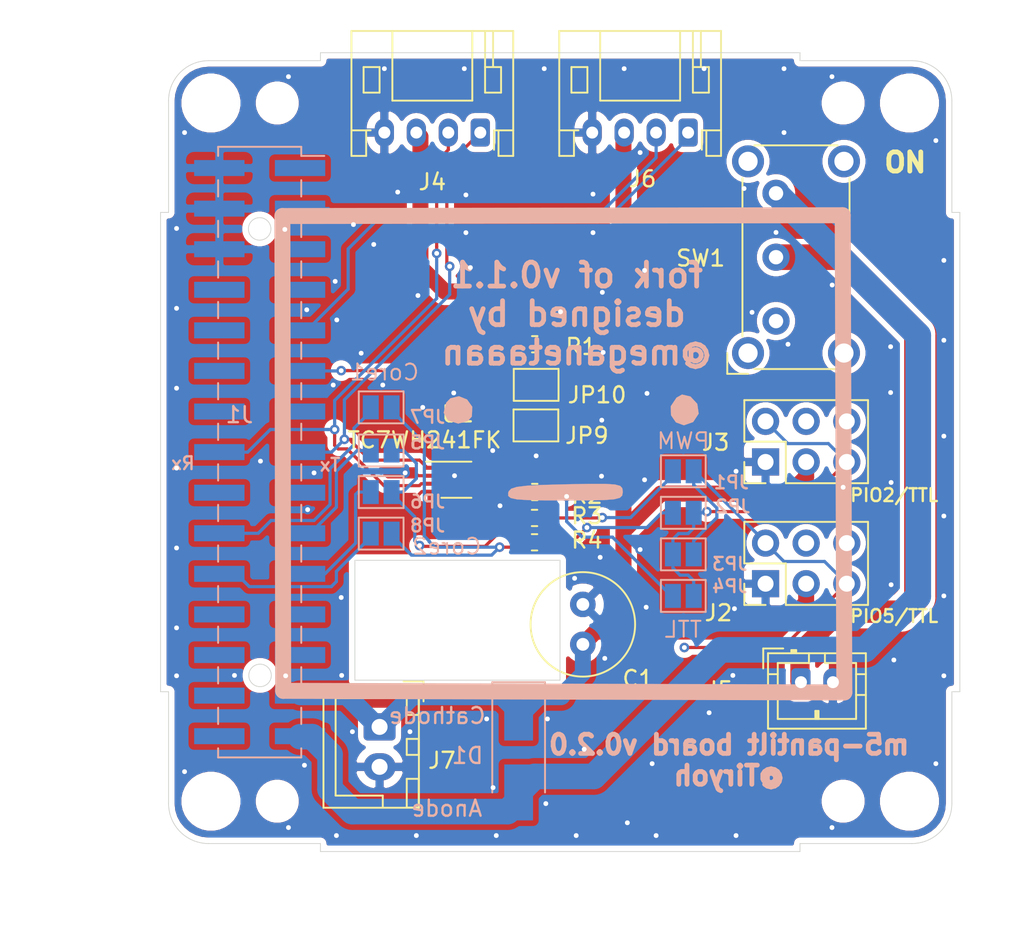
<source format=kicad_pcb>
(kicad_pcb (version 20171130) (host pcbnew "(5.1.5)-3")
  (title_block (title M5PanTilt) (date 2021-06-08) (rev 1))
  (layers (0 F.Cu signal) (31 B.Cu signal) (34 B.Paste user) (35 F.Paste user) (36 B.SilkS user) (37 F.SilkS user) (38 B.Mask user) (39 F.Mask user) (44 Edge.Cuts user))
  (net 0 "")
  (net 1 GND)
  (net 2 +5V)
  (net 3 "Net-(J1-Pad1)")
  (net 4 /PORTB2)
  (net 5 "Net-(J1-Pad5)")
  (net 6 "Net-(J1-Pad7)")
  (net 7 "Net-(J1-Pad8)")
  (net 8 /PORTB1)
  (net 9 "Net-(J1-Pad10)")
  (net 10 +3V3)
  (net 11 "Net-(J1-Pad12)")
  (net 12 "Net-(J1-Pad13)")
  (net 13 "Net-(J1-Pad14)")
  (net 14 /TXD2)
  (net 15 /RXD2)
  (net 16 "Net-(J1-Pad17)")
  (net 17 "Net-(J1-Pad18)")
  (net 18 "Net-(J1-Pad23)")
  (net 19 "Net-(J1-Pad24)")
  (net 20 "Net-(J1-Pad25)")
  (net 21 "Net-(J1-Pad26)")
  (net 22 "Net-(J1-Pad28)")
  (net 23 "Net-(J1-Pad30)")
  (net 24 "Net-(J2-Pad2)")
  (net 25 "Net-(J2-Pad4)")
  (net 26 "Net-(J2-Pad6)")
  (net 27 "Net-(J3-Pad4)")
  (net 28 "Net-(J3-Pad6)")
  (net 29 "Net-(J5-Pad1)")
  (net 30 "Net-(R1-Pad2)")
  (net 31 "Net-(SW1-Pad1)")
  (net 32 /PWM1)
  (net 33 "Net-(J3-Pad2)")
  (net 34 "Net-(JP2-Pad1)")
  (net 35 /PWM2)
  (net 36 "Net-(D1-Pad2)")
  (net 37 "Net-(JP1-Pad1)")
  (net 38 "Net-(JP4-Pad2)")
  (net 39 /PWM2_C2)
  (net 40 /PWM1_C2)
  (net 41 /PWM2_C1)
  (net 42 /PWM1_C1)
  (net 43 "Net-(JP10-Pad2)")
  (module m5-pantilt:avatar_small (layer B.Cu) (at 125.7048 74.5492 180)
    (fp_text reference LOGO hide)
    (fp_text value LOGO hide)
  )
  (module Jumper:SolderJumper-2_P1.3mm_Open_Pad1.0x1.5mm (layer F.Cu) (at 123.495 70.79 180)
    (fp_text reference JP10 (at -3.81 -0.635) (layer F.SilkS))
    (fp_text value Jumper_2_Open)
    (pad 2 smd rect (at 0.65 0 180) (size 1 1.5) (layers F.Cu F.Mask) (net 43 "Net-(JP10-Pad2)"))
    (pad 1 smd rect (at -0.65 0 180) (size 1 1.5) (layers F.Cu F.Mask) (net 10 +3V3))
  )
  (module Jumper:SolderJumper-2_P1.3mm_Open_Pad1.0x1.5mm (layer F.Cu) (at 123.48 73.33 180)
    (fp_text reference JP9 (at -3.19 -0.635) (layer F.SilkS))
    (fp_text value Jumper_2_Open)
    (pad 1 smd rect (at -0.65 0 180) (size 1 1.5) (layers F.Cu F.Mask) (net 1 GND))
    (pad 2 smd rect (at 0.65 0 180) (size 1 1.5) (layers F.Cu F.Mask) (net 43 "Net-(JP10-Pad2)"))
  )
  (module m5-pantilt:NL27WZ125USG (layer F.Cu) (at 118.504 76.7282)
    (fp_text reference U1 (at 0.0888 -4.1094 180) (layer F.SilkS))
    (fp_text value TC7WH241FK (at -1.994 -2.4838 180) (layer F.SilkS))
    (pad 8 smd rect (at 1.55575 -0.750001) (size 0.8001 0.254) (layers F.Cu F.Paste F.Mask) (net 10 +3V3))
    (pad 7 smd rect (at 1.55575 -0.25) (size 0.8001 0.254) (layers F.Cu F.Paste F.Mask) (net 43 "Net-(JP10-Pad2)"))
    (pad 6 smd rect (at 1.55575 0.25) (size 0.8001 0.254) (layers F.Cu F.Paste F.Mask) (net 30 "Net-(R1-Pad2)"))
    (pad 5 smd rect (at 1.55575 0.750001) (size 0.8001 0.254) (layers F.Cu F.Paste F.Mask) (net 30 "Net-(R1-Pad2)"))
    (pad 4 smd rect (at -1.55575 0.750001) (size 0.8001 0.254) (layers F.Cu F.Paste F.Mask) (net 1 GND))
    (pad 3 smd rect (at -1.55575 0.25) (size 0.8001 0.254) (layers F.Cu F.Paste F.Mask) (net 15 /RXD2))
    (pad 2 smd rect (at -1.55575 -0.25) (size 0.8001 0.254) (layers F.Cu F.Paste F.Mask) (net 1 GND))
    (pad 1 smd rect (at -1.55575 -0.750001) (size 0.8001 0.254) (layers F.Cu F.Paste F.Mask) (net 14 /TXD2))
  )
  (module Connector_PinHeader_2.54mm:PinHeader_2x03_P2.54mm_Vertical (layer F.Cu) (at 137.846 83.236 90)
    (fp_text reference J2 (at -1.8288 -2.9464) (layer F.SilkS))
    (fp_text value Conn_02x03_Odd_Even)
    (pad 6 thru_hole oval (at 2.54 5.08 90) (size 1.7 1.7) (drill 1) (layers *.Cu *.Mask) (net 26 "Net-(J2-Pad6)"))
    (pad 5 thru_hole oval (at 0 5.08 90) (size 1.7 1.7) (drill 1) (layers *.Cu *.Mask) (net 24 "Net-(J2-Pad2)"))
    (pad 4 thru_hole oval (at 2.54 2.54 90) (size 1.7 1.7) (drill 1) (layers *.Cu *.Mask) (net 25 "Net-(J2-Pad4)"))
    (pad 3 thru_hole oval (at 0 2.54 90) (size 1.7 1.7) (drill 1) (layers *.Cu *.Mask) (net 2 +5V))
    (pad 2 thru_hole oval (at 2.54 0 90) (size 1.7 1.7) (drill 1) (layers *.Cu *.Mask) (net 24 "Net-(J2-Pad2)"))
    (pad 1 thru_hole rect (at 0 0 90) (size 1.7 1.7) (drill 1) (layers *.Cu *.Mask) (net 1 GND))
  )
  (module m5-pantilt:mountinghole_M2_M3 (layer F.Cu) (at 146.8 53.25)
    (fp_text reference Hole1)
    (fp_text value mountinghole_M2_M3)
    (pad "" np_thru_hole circle (at 0.05 -0.1) (size 3 3) (drill 3) (layers *.Cu *.Mask))
    (pad "" np_thru_hole circle (at -4.1 -0.1) (size 2 2) (drill 2) (layers *.Cu *.Mask))
  )
  (module m5-pantilt:mountinghole_M2_M3 (layer F.Cu) (at 146.8 96.95)
    (fp_text reference Hole2)
    (fp_text value mountinghole_M2_M3)
    (pad "" np_thru_hole circle (at 0.05 -0.1) (size 3 3) (drill 3) (layers *.Cu *.Mask))
    (pad "" np_thru_hole circle (at -4.1 -0.1) (size 2 2) (drill 2) (layers *.Cu *.Mask))
  )
  (module m5-pantilt:mountinghole_M2_M3 (layer F.Cu) (at 103.2 96.75 180)
    (fp_text reference Hole3)
    (fp_text value mountinghole_M2_M3)
    (pad "" np_thru_hole circle (at 0.05 -0.1 180) (size 3 3) (drill 3) (layers *.Cu *.Mask))
    (pad "" np_thru_hole circle (at -4.1 -0.1 180) (size 2 2) (drill 2) (layers *.Cu *.Mask))
  )
  (module m5-pantilt:mountinghole_M2_M3 (layer F.Cu) (at 103.2 53.05 180)
    (fp_text reference Hole4)
    (fp_text value mountinghole_M2_M3)
    (pad "" np_thru_hole circle (at 0.05 -0.1 180) (size 3 3) (drill 3) (layers *.Cu *.Mask))
    (pad "" np_thru_hole circle (at -4.1 -0.1 180) (size 2 2) (drill 2) (layers *.Cu *.Mask))
  )
  (module Connector_JST:JST_PH_S4B-PH-K_1x04_P2.00mm_Horizontal (layer F.Cu) (at 133 55 180)
    (fp_text reference J6 (at 2.8476 -2.9056) (layer F.SilkS))
    (fp_text value Conn_01x04)
    (pad 4 thru_hole oval (at 6 0 180) (size 1.2 1.75) (drill 0.75) (layers *.Cu *.Mask) (net 1 GND))
    (pad 3 thru_hole oval (at 4 0 180) (size 1.2 1.75) (drill 0.75) (layers *.Cu *.Mask) (net 2 +5V))
    (pad 2 thru_hole oval (at 2 0 180) (size 1.2 1.75) (drill 0.75) (layers *.Cu *.Mask) (net 4 /PORTB2))
    (pad 1 thru_hole roundrect (at 0 0 180) (size 1.2 1.75) (drill 0.75) (layers *.Cu *.Mask) (roundrect_rratio 0.208333) (net 8 /PORTB1))
  )
  (module Connector_PinHeader_2.54mm:PinHeader_2x15_P2.54mm_Vertical_SMD (layer B.Cu) (at 106.2 75 180)
    (fp_text reference J1 (at 1.27 2.33) (layer B.SilkS) (effects (justify mirror)))
    (fp_text value Conn_02x15_Odd_Even)
    (pad 30 smd rect (at 2.525 -17.78 180) (size 3.15 1) (layers B.Cu B.Paste B.Mask) (net 23 "Net-(J1-Pad30)"))
    (pad 29 smd rect (at -2.525 -17.78 180) (size 3.15 1) (layers B.Cu B.Paste B.Mask) (net 36 "Net-(D1-Pad2)"))
    (pad 28 smd rect (at 2.525 -15.24 180) (size 3.15 1) (layers B.Cu B.Paste B.Mask) (net 22 "Net-(J1-Pad28)"))
    (pad 27 smd rect (at -2.525 -15.24 180) (size 3.15 1) (layers B.Cu B.Paste B.Mask) (net 2 +5V))
    (pad 26 smd rect (at 2.525 -12.7 180) (size 3.15 1) (layers B.Cu B.Paste B.Mask) (net 21 "Net-(J1-Pad26)"))
    (pad 25 smd rect (at -2.525 -12.7 180) (size 3.15 1) (layers B.Cu B.Paste B.Mask) (net 20 "Net-(J1-Pad25)"))
    (pad 24 smd rect (at 2.525 -10.16 180) (size 3.15 1) (layers B.Cu B.Paste B.Mask) (net 19 "Net-(J1-Pad24)"))
    (pad 23 smd rect (at -2.525 -10.16 180) (size 3.15 1) (layers B.Cu B.Paste B.Mask) (net 18 "Net-(J1-Pad23)"))
    (pad 22 smd rect (at 2.525 -7.62 180) (size 3.15 1) (layers B.Cu B.Paste B.Mask) (net 39 /PWM2_C2))
    (pad 21 smd rect (at -2.525 -7.62 180) (size 3.15 1) (layers B.Cu B.Paste B.Mask) (net 40 /PWM1_C2))
    (pad 20 smd rect (at 2.525 -5.08 180) (size 3.15 1) (layers B.Cu B.Paste B.Mask) (net 41 /PWM2_C1))
    (pad 19 smd rect (at -2.525 -5.08 180) (size 3.15 1) (layers B.Cu B.Paste B.Mask) (net 42 /PWM1_C1))
    (pad 18 smd rect (at 2.525 -2.54 180) (size 3.15 1) (layers B.Cu B.Paste B.Mask) (net 17 "Net-(J1-Pad18)"))
    (pad 17 smd rect (at -2.525 -2.54 180) (size 3.15 1) (layers B.Cu B.Paste B.Mask) (net 16 "Net-(J1-Pad17)"))
    (pad 16 smd rect (at 2.525 0 180) (size 3.15 1) (layers B.Cu B.Paste B.Mask) (net 15 /RXD2))
    (pad 15 smd rect (at -2.525 0 180) (size 3.15 1) (layers B.Cu B.Paste B.Mask) (net 14 /TXD2))
    (pad 14 smd rect (at 2.525 2.54 180) (size 3.15 1) (layers B.Cu B.Paste B.Mask) (net 13 "Net-(J1-Pad14)"))
    (pad 13 smd rect (at -2.525 2.54 180) (size 3.15 1) (layers B.Cu B.Paste B.Mask) (net 12 "Net-(J1-Pad13)"))
    (pad 12 smd rect (at 2.525 5.08 180) (size 3.15 1) (layers B.Cu B.Paste B.Mask) (net 11 "Net-(J1-Pad12)"))
    (pad 11 smd rect (at -2.525 5.08 180) (size 3.15 1) (layers B.Cu B.Paste B.Mask) (net 10 +3V3))
    (pad 10 smd rect (at 2.525 7.62 180) (size 3.15 1) (layers B.Cu B.Paste B.Mask) (net 9 "Net-(J1-Pad10)"))
    (pad 9 smd rect (at -2.525 7.62 180) (size 3.15 1) (layers B.Cu B.Paste B.Mask) (net 8 /PORTB1))
    (pad 8 smd rect (at 2.525 10.16 180) (size 3.15 1) (layers B.Cu B.Paste B.Mask) (net 7 "Net-(J1-Pad8)"))
    (pad 7 smd rect (at -2.525 10.16 180) (size 3.15 1) (layers B.Cu B.Paste B.Mask) (net 6 "Net-(J1-Pad7)"))
    (pad 6 smd rect (at 2.525 12.7 180) (size 3.15 1) (layers B.Cu B.Paste B.Mask) (net 1 GND))
    (pad 5 smd rect (at -2.525 12.7 180) (size 3.15 1) (layers B.Cu B.Paste B.Mask) (net 5 "Net-(J1-Pad5)"))
    (pad 4 smd rect (at 2.525 15.24 180) (size 3.15 1) (layers B.Cu B.Paste B.Mask) (net 1 GND))
    (pad 3 smd rect (at -2.525 15.24 180) (size 3.15 1) (layers B.Cu B.Paste B.Mask) (net 4 /PORTB2))
    (pad 2 smd rect (at 2.525 17.78 180) (size 3.15 1) (layers B.Cu B.Paste B.Mask) (net 1 GND))
    (pad 1 smd rect (at -2.525 17.78 180) (size 3.15 1) (layers B.Cu B.Paste B.Mask) (net 3 "Net-(J1-Pad1)"))
  )
  (module Resistor_SMD:R_0603_1608Metric_Pad1.05x0.95mm_HandSolder (layer F.Cu) (at 123.406 68.25)
    (fp_text reference R1 (at 2.9084 0.1498) (layer F.SilkS))
    (fp_text value 1k)
    (pad 2 smd roundrect (at 0.875 0) (size 1.05 0.95) (layers F.Cu F.Paste F.Mask) (net 30 "Net-(R1-Pad2)"))
    (pad 1 smd roundrect (at -0.875 0) (size 1.05 0.95) (layers F.Cu F.Paste F.Mask) (net 10 +3V3))
  )
  (module Resistor_SMD:R_0603_1608Metric_Pad1.05x0.95mm_HandSolder (layer F.Cu) (at 123.406 77.4956 180)
    (fp_text reference R2 (at -3.264 -0.2246) (layer F.SilkS))
    (fp_text value 100)
    (pad 1 smd roundrect (at -0.875 0 180) (size 1.05 0.95) (layers F.Cu F.Paste F.Mask) (net 38 "Net-(JP4-Pad2)"))
    (pad 2 smd roundrect (at 0.875 0 180) (size 1.05 0.95) (layers F.Cu F.Paste F.Mask) (net 30 "Net-(R1-Pad2)"))
  )
  (module Capacitor_THT:C_Radial_D6.3mm_H11.0mm_P2.50mm (layer F.Cu) (at 126.416 84.5314 270)
    (fp_text reference C1 (at 4.6482 -3.4544 180) (layer F.SilkS))
    (fp_text value 100u)
    (pad 1 thru_hole circle (at 0 0 270) (size 1.6 1.6) (drill 0.8) (layers *.Cu *.Mask) (net 1 GND))
    (pad 2 thru_hole circle (at 2.5 0 270) (size 1.6 1.6) (drill 0.8) (layers *.Cu *.Mask) (net 2 +5V))
  )
  (module Connector_PinHeader_2.54mm:PinHeader_2x03_P2.54mm_Vertical (layer F.Cu) (at 137.846 75.616 90)
    (fp_text reference J3 (at 1.2192 -3.1242) (layer F.SilkS))
    (fp_text value Conn_02x03_Odd_Even)
    (pad 1 thru_hole rect (at 0 0 90) (size 1.7 1.7) (drill 1) (layers *.Cu *.Mask) (net 1 GND))
    (pad 2 thru_hole oval (at 2.54 0 90) (size 1.7 1.7) (drill 1) (layers *.Cu *.Mask) (net 33 "Net-(J3-Pad2)"))
    (pad 3 thru_hole oval (at 0 2.54 90) (size 1.7 1.7) (drill 1) (layers *.Cu *.Mask) (net 2 +5V))
    (pad 4 thru_hole oval (at 2.54 2.54 90) (size 1.7 1.7) (drill 1) (layers *.Cu *.Mask) (net 27 "Net-(J3-Pad4)"))
    (pad 5 thru_hole oval (at 0 5.08 90) (size 1.7 1.7) (drill 1) (layers *.Cu *.Mask) (net 33 "Net-(J3-Pad2)"))
    (pad 6 thru_hole oval (at 2.54 5.08 90) (size 1.7 1.7) (drill 1) (layers *.Cu *.Mask) (net 28 "Net-(J3-Pad6)"))
  )
  (module Button_Switch_THT:SW_E-Switch_EG1224_SPDT_Angled (layer F.Cu) (at 138.5 66.8 90)
    (fp_text reference SW1 (at 3.9348 -4.718 180) (layer F.SilkS))
    (fp_text value SW_SPDT)
    (pad 3 thru_hole circle (at 8 0 90) (size 1.7 1.7) (drill 0.9) (layers *.Cu *.Mask) (net 36 "Net-(D1-Pad2)"))
    (pad 2 thru_hole circle (at 4 0 90) (size 1.7 1.7) (drill 0.9) (layers *.Cu *.Mask) (net 29 "Net-(J5-Pad1)"))
    (pad 1 thru_hole circle (at 0 0 90) (size 1.7 1.7) (drill 0.9) (layers *.Cu *.Mask) (net 31 "Net-(SW1-Pad1)"))
    (pad "" thru_hole circle (at -2 4.25 90) (size 2 2) (drill 1.2) (layers *.Cu *.Mask))
    (pad "" thru_hole circle (at 10 4.25 90) (size 2 2) (drill 1.2) (layers *.Cu *.Mask))
    (pad "" thru_hole circle (at 10 -1.75 90) (size 2 2) (drill 1.2) (layers *.Cu *.Mask))
    (pad "" thru_hole circle (at -2 -1.75 90) (size 2 2) (drill 1.2) (layers *.Cu *.Mask))
  )
  (module Connector_JST:JST_PH_B2B-PH-K_1x02_P2.00mm_Vertical (layer F.Cu) (at 140.06 89.4)
    (fp_text reference J5 (at -5.1096 0.4908) (layer F.SilkS))
    (fp_text value BAT)
    (pad 1 thru_hole roundrect (at 0 0) (size 1.2 1.75) (drill 0.75) (layers *.Cu *.Mask) (roundrect_rratio 0.208333) (net 29 "Net-(J5-Pad1)"))
    (pad 2 thru_hole oval (at 2 0) (size 1.2 1.75) (drill 0.75) (layers *.Cu *.Mask) (net 1 GND))
  )
  (module Connector_JST:JST_PH_S4B-PH-K_1x04_P2.00mm_Horizontal (layer F.Cu) (at 120 55 180)
    (fp_text reference J4 (at 3 -3.09) (layer F.SilkS))
    (fp_text value Conn_01x04)
    (pad 1 thru_hole roundrect (at 0 0 180) (size 1.2 1.75) (drill 0.75) (layers *.Cu *.Mask) (roundrect_rratio 0.208333) (net 14 /TXD2))
    (pad 2 thru_hole oval (at 2 0 180) (size 1.2 1.75) (drill 0.75) (layers *.Cu *.Mask) (net 15 /RXD2))
    (pad 3 thru_hole oval (at 4 0 180) (size 1.2 1.75) (drill 0.75) (layers *.Cu *.Mask) (net 2 +5V))
    (pad 4 thru_hole oval (at 6 0 180) (size 1.2 1.75) (drill 0.75) (layers *.Cu *.Mask) (net 1 GND))
  )
  (module Resistor_SMD:R_0603_1608Metric_Pad1.05x0.95mm_HandSolder (layer F.Cu) (at 123.3934 79.1212 180)
    (fp_text reference R3 (at -3.2766 0.127) (layer F.SilkS))
    (fp_text value 1k)
    (pad 1 smd roundrect (at -0.875 0 180) (size 1.05 0.95) (layers F.Cu F.Paste F.Mask) (net 37 "Net-(JP1-Pad1)"))
    (pad 2 smd roundrect (at 0.875 0 180) (size 1.05 0.95) (layers F.Cu F.Paste F.Mask) (net 32 /PWM1))
  )
  (module Resistor_SMD:R_0603_1608Metric_Pad1.05x0.95mm_HandSolder (layer F.Cu) (at 123.3934 80.6452 180)
    (fp_text reference R4 (at -3.2766 0.127) (layer F.SilkS))
    (fp_text value 1k)
    (pad 2 smd roundrect (at 0.875 0 180) (size 1.05 0.95) (layers F.Cu F.Paste F.Mask) (net 35 /PWM2))
    (pad 1 smd roundrect (at -0.875 0 180) (size 1.05 0.95) (layers F.Cu F.Paste F.Mask) (net 34 "Net-(JP2-Pad1)"))
  )
  (module Diode_SMD:D_SMA_Handsoldering (layer B.Cu) (at 122.4 93.8 270)
    (fp_text reference D1 (at 0.2 3.2) (layer B.SilkS) (effects (justify mirror)))
    (fp_text value D)
    (pad 1 smd rect (at -2.5 0 270) (size 3.5 1.8) (layers B.Cu B.Paste B.Mask) (net 2 +5V))
    (pad 2 smd rect (at 2.5 0 270) (size 3.5 1.8) (layers B.Cu B.Paste B.Mask) (net 36 "Net-(D1-Pad2)"))
  )
  (module Jumper:SolderJumper-2_P1.3mm_Open_Pad1.0x1.5mm (layer B.Cu) (at 132.7 76.2)
    (fp_text reference JP1 (at 3 0.7) (layer B.SilkS) (effects (font (size 0.8 0.8)) (justify mirror)))
    (fp_text value Jumper_2_Open)
    (pad 1 smd rect (at -0.65 0) (size 1 1.5) (layers B.Cu B.Mask) (net 37 "Net-(JP1-Pad1)"))
    (pad 2 smd rect (at 0.65 0) (size 1 1.5) (layers B.Cu B.Mask) (net 24 "Net-(J2-Pad2)"))
  )
  (module Jumper:SolderJumper-2_P1.3mm_Open_Pad1.0x1.5mm (layer B.Cu) (at 132.7 78.8)
    (fp_text reference JP2 (at 3.1 -0.4) (layer B.SilkS) (effects (font (size 0.8 0.8)) (justify mirror)))
    (fp_text value Jumper_2_Open)
    (pad 2 smd rect (at 0.65 0) (size 1 1.5) (layers B.Cu B.Mask) (net 33 "Net-(J3-Pad2)"))
    (pad 1 smd rect (at -0.65 0) (size 1 1.5) (layers B.Cu B.Mask) (net 34 "Net-(JP2-Pad1)"))
  )
  (module Jumper:SolderJumper-2_P1.3mm_Open_Pad1.0x1.5mm (layer B.Cu) (at 132.7 81.4 180)
    (fp_text reference JP3 (at -2.9 -0.6) (layer B.SilkS) (effects (font (size 0.8 0.8)) (justify mirror)))
    (fp_text value Jumper_2_Open)
    (pad 2 smd rect (at 0.65 0 180) (size 1 1.5) (layers B.Cu B.Mask) (net 33 "Net-(J3-Pad2)"))
    (pad 1 smd rect (at -0.65 0 180) (size 1 1.5) (layers B.Cu B.Mask) (net 24 "Net-(J2-Pad2)"))
  )
  (module Jumper:SolderJumper-2_P1.3mm_Open_Pad1.0x1.5mm (layer B.Cu) (at 132.7 84 180)
    (fp_text reference JP4 (at -2.9 0.6 180) (layer B.SilkS) (effects (font (size 0.8 0.8)) (justify mirror)))
    (fp_text value Jumper_2_Open)
    (pad 1 smd rect (at -0.65 0 180) (size 1 1.5) (layers B.Cu B.Mask) (net 33 "Net-(J3-Pad2)"))
    (pad 2 smd rect (at 0.65 0 180) (size 1 1.5) (layers B.Cu B.Mask) (net 38 "Net-(JP4-Pad2)"))
  )
  (module Jumper:SolderJumper-2_P1.3mm_Open_Pad1.0x1.5mm (layer B.Cu) (at 113.8 74.9)
    (fp_text reference JP5 (at 2.9 -0.5) (layer B.SilkS) (effects (font (size 0.8 0.8)) (justify mirror)))
    (fp_text value Jumper_2_Open)
    (pad 2 smd rect (at 0.65 0) (size 1 1.5) (layers B.Cu B.Mask) (net 32 /PWM1))
    (pad 1 smd rect (at -0.65 0) (size 1 1.5) (layers B.Cu B.Mask) (net 42 /PWM1_C1))
  )
  (module Jumper:SolderJumper-2_P1.3mm_Open_Pad1.0x1.5mm (layer B.Cu) (at 113.8 77.5)
    (fp_text reference JP6 (at 2.9 0.6) (layer B.SilkS) (effects (font (size 0.8 0.8)) (justify mirror)))
    (fp_text value Jumper_2_Open)
    (pad 1 smd rect (at -0.65 0) (size 1 1.5) (layers B.Cu B.Mask) (net 40 /PWM1_C2))
    (pad 2 smd rect (at 0.65 0) (size 1 1.5) (layers B.Cu B.Mask) (net 32 /PWM1))
  )
  (module Jumper:SolderJumper-2_P1.3mm_Open_Pad1.0x1.5mm (layer B.Cu) (at 113.8 72.2)
    (fp_text reference JP7 (at 2.9 0.6) (layer B.SilkS) (effects (font (size 0.8 0.8)) (justify mirror)))
    (fp_text value Jumper_2_Open)
    (pad 1 smd rect (at -0.65 0) (size 1 1.5) (layers B.Cu B.Mask) (net 41 /PWM2_C1))
    (pad 2 smd rect (at 0.65 0) (size 1 1.5) (layers B.Cu B.Mask) (net 35 /PWM2))
  )
  (module Jumper:SolderJumper-2_P1.3mm_Open_Pad1.0x1.5mm (layer B.Cu) (at 113.8 80.1)
    (fp_text reference JP8 (at 2.9 -0.5) (layer B.SilkS) (effects (font (size 0.8 0.8)) (justify mirror)))
    (fp_text value Jumper_2_Open)
    (pad 2 smd rect (at 0.65 0) (size 1 1.5) (layers B.Cu B.Mask) (net 35 /PWM2))
    (pad 1 smd rect (at -0.65 0) (size 1 1.5) (layers B.Cu B.Mask) (net 39 /PWM2_C2))
  )
  (module Connector_JST:JST_XH_B2B-XH-A_1x02_P2.50mm_Vertical (layer F.Cu) (at 113.7 92.2 270)
    (fp_text reference J7 (at 2.1 -3.9 180) (layer F.SilkS))
    (fp_text value 5V_POWER)
    (pad 1 thru_hole roundrect (at 0 0 270) (size 1.7 2) (drill 1) (layers *.Cu *.Mask) (roundrect_rratio 0.147059) (net 2 +5V))
    (pad 2 thru_hole oval (at 2.5 0 270) (size 1.7 2) (drill 1) (layers *.Cu *.Mask) (net 1 GND))
  )
  (gr_text "fork of v0.1.1\ndesigned by\n@meganetaaan" (at 126.035 66.345) (layer B.SilkS) (effects (font (size 1.5 1.5) (thickness 0.3)) (justify mirror)))
  (gr_text Anode (at 117.9 97.3) (layer B.SilkS) (effects (font (size 1 1)) (justify mirror)))
  (gr_text Cathode (at 117.3 91.5) (layer B.SilkS) (effects (font (size 1 1)) (justify mirror)))
  (gr_text Core1 (at 114 70) (layer B.SilkS) (effects (font (size 1 1) (thickness 0.125)) (justify mirror)))
  (gr_text Core2 (at 117.9 80.9) (layer B.SilkS) (effects (font (size 1 1) (thickness 0.125)) (justify mirror)))
  (gr_text PWM (at 132.7 74.3) (layer B.SilkS) (effects (font (size 1 1) (thickness 0.125)) (justify mirror)))
  (gr_text Rx (at 101.4 75.7) (layer B.SilkS) (effects (font (size 0.8 0.8)) (justify mirror)))
  (gr_text Tx (at 110.6 75.8) (layer B.SilkS) (effects (font (size 0.8 0.8)) (justify mirror)))
  (gr_text GPIO5/TTL (at 145.4914 85.268) (layer F.SilkS) (effects (font (size 0.8 0.8))))
  (gr_text GPIO2/TTL (at 145.4914 77.6988) (layer F.SilkS) (effects (font (size 0.8 0.8))))
  (gr_circle (center 106.223 88.9764) (end 106.858 89.2812) (layer Edge.Cuts) (width 0.05))
  (gr_circle (center 106.1976 61.029563) (end 106.8326 61.334363) (layer Edge.Cuts) (width 0.05))
  (gr_line (start 107.6708 89.9416) (end 107.62 60.2236) (layer B.SilkS) (width 1))
  (gr_line (start 142.7736 90.0432) (end 107.6708 89.9416) (layer B.SilkS) (width 1))
  (gr_line (start 142.672 60.1728) (end 142.7736 90.0432) (layer B.SilkS) (width 1))
  (gr_line (start 107.62 60.2236) (end 142.672 60.1728) (layer B.SilkS) (width 1))
  (gr_text TTL (at 132.7 86.1) (layer B.SilkS) (effects (font (size 1 1) (thickness 0.125)) (justify mirror)))
  (gr_text ON (at 146.5836 56.8708) (layer F.SilkS) (effects (font (size 1.2 1.2) (thickness 0.3))))
  (gr_text "m5-pantilt board v0.2.0\n@Tiryoh" (at 135.56 94.285) (layer B.SilkS) (effects (font (size 1.2 1.2) (thickness 0.3)) (justify mirror)))
  (gr_line (start 124.9886 89.2736) (end 124.9886 81.7736) (layer Edge.Cuts) (width 0.05))
  (gr_line (start 112.1536 89.2736) (end 124.9886 89.2736) (layer Edge.Cuts) (width 0.05))
  (gr_line (start 112.1536 81.7736) (end 112.1536 89.2736) (layer Edge.Cuts) (width 0.05))
  (gr_line (start 124.9886 81.7736) (end 112.1536 81.7736) (layer Edge.Cuts) (width 0.05))
  (gr_line (start 100 90) (end 100 60) (layer Edge.Cuts) (width 0.05))
  (gr_line (start 140 100) (end 110 100) (layer Edge.Cuts) (width 0.05))
  (gr_line (start 100.5 97) (end 100.5 90) (layer Edge.Cuts) (width 0.05))
  (gr_line (start 140 50) (end 140 50.5) (layer Edge.Cuts) (width 0.05))
  (gr_arc (start 147 53) (end 149.5 53) (angle -90) (layer Edge.Cuts) (width 0.05))
  (gr_line (start 100.5 53) (end 100.5 60) (layer Edge.Cuts) (width 0.05))
  (gr_arc (start 103 53) (end 103 50.5) (angle -90) (layer Edge.Cuts) (width 0.05))
  (gr_line (start 149.5 60) (end 150 60) (layer Edge.Cuts) (width 0.05))
  (gr_line (start 149.5 90) (end 150 90) (layer Edge.Cuts) (width 0.05))
  (gr_line (start 110 50) (end 140 50) (layer Edge.Cuts) (width 0.05))
  (gr_line (start 147 50.5) (end 140 50.5) (layer Edge.Cuts) (width 0.05))
  (gr_line (start 103 50.5) (end 110 50.5) (layer Edge.Cuts) (width 0.05))
  (gr_line (start 103 99.5) (end 110 99.5) (layer Edge.Cuts) (width 0.05))
  (gr_arc (start 103 97) (end 100.5 97) (angle -90) (layer Edge.Cuts) (width 0.05))
  (gr_line (start 140 99.5) (end 140 100) (layer Edge.Cuts) (width 0.05))
  (gr_line (start 150 60) (end 150 90) (layer Edge.Cuts) (width 0.05))
  (gr_arc (start 147 97) (end 147 99.5) (angle -90) (layer Edge.Cuts) (width 0.05))
  (gr_line (start 149.5 97) (end 149.5 90) (layer Edge.Cuts) (width 0.05))
  (gr_line (start 110 50) (end 110 50.5) (layer Edge.Cuts) (width 0.05))
  (gr_line (start 100.5 90) (end 100 90) (layer Edge.Cuts) (width 0.05))
  (gr_line (start 149.5 53) (end 149.5 60) (layer Edge.Cuts) (width 0.05))
  (gr_line (start 110 99.5) (end 110 100) (layer Edge.Cuts) (width 0.05))
  (gr_line (start 147 99.5) (end 140 99.5) (layer Edge.Cuts) (width 0.05))
  (gr_line (start 100 60) (end 100.5 60) (layer Edge.Cuts) (width 0.05))
  (via (at 123.495 75.235) (size 0.6) (drill 0.3) (layers F.Cu B.Cu) (net 1))
  (segment (start 117.5483 77.478201) (end 118.548301 76.4782) (width 0.2) (layer F.Cu) (net 1))
  (segment (start 116.94825 77.478201) (end 117.5483 77.478201) (width 0.2) (layer F.Cu) (net 1))
  (segment (start 116.94825 77.478201) (end 116.3482 77.478201) (width 0.2) (layer F.Cu) (net 1))
  (via (at 139 51) (size 0.6) (drill 0.3) (layers F.Cu B.Cu) (net 1))
  (via (at 134 51) (size 0.6) (drill 0.3) (layers F.Cu B.Cu) (net 1))
  (via (at 129 51) (size 0.6) (drill 0.3) (layers F.Cu B.Cu) (net 1))
  (via (at 124 51) (size 0.6) (drill 0.3) (layers F.Cu B.Cu) (net 1))
  (via (at 119 51) (size 0.6) (drill 0.3) (layers F.Cu B.Cu) (net 1))
  (via (at 114 51) (size 0.6) (drill 0.3) (layers F.Cu B.Cu) (net 1))
  (via (at 108 51.5) (size 0.6) (drill 0.3) (layers F.Cu B.Cu) (net 1))
  (via (at 101.5 55) (size 0.6) (drill 0.3) (layers F.Cu B.Cu) (net 1))
  (via (at 148.5 55.5) (size 0.6) (drill 0.3) (layers F.Cu B.Cu) (net 1))
  (via (at 142 51.5) (size 0.6) (drill 0.3) (layers F.Cu B.Cu) (net 1))
  (via (at 101 61) (size 0.6) (drill 0.3) (layers F.Cu B.Cu) (net 1))
  (via (at 101 66) (size 0.6) (drill 0.3) (layers F.Cu B.Cu) (net 1))
  (via (at 101 71) (size 0.6) (drill 0.3) (layers F.Cu B.Cu) (net 1))
  (via (at 101 76) (size 0.6) (drill 0.3) (layers F.Cu B.Cu) (net 1))
  (via (at 101 81) (size 0.6) (drill 0.3) (layers F.Cu B.Cu) (net 1))
  (via (at 101 86) (size 0.6) (drill 0.3) (layers F.Cu B.Cu) (net 1))
  (via (at 101 89) (size 0.6) (drill 0.3) (layers F.Cu B.Cu) (net 1))
  (via (at 101.5 95) (size 0.6) (drill 0.3) (layers F.Cu B.Cu) (net 1))
  (via (at 108 98.5) (size 0.6) (drill 0.3) (layers F.Cu B.Cu) (net 1))
  (via (at 111 99) (size 0.6) (drill 0.3) (layers F.Cu B.Cu) (net 1))
  (via (at 116 99) (size 0.6) (drill 0.3) (layers F.Cu B.Cu) (net 1))
  (via (at 121 99) (size 0.6) (drill 0.3) (layers F.Cu B.Cu) (net 1))
  (via (at 126 99) (size 0.6) (drill 0.3) (layers F.Cu B.Cu) (net 1))
  (via (at 131 99) (size 0.6) (drill 0.3) (layers F.Cu B.Cu) (net 1))
  (via (at 136 99) (size 0.6) (drill 0.3) (layers F.Cu B.Cu) (net 1))
  (via (at 142 98.5) (size 0.6) (drill 0.3) (layers F.Cu B.Cu) (net 1))
  (via (at 148.5 94.5) (size 0.6) (drill 0.3) (layers F.Cu B.Cu) (net 1))
  (via (at 149 89) (size 0.6) (drill 0.3) (layers F.Cu B.Cu) (net 1))
  (via (at 149 84) (size 0.6) (drill 0.3) (layers F.Cu B.Cu) (net 1))
  (via (at 149 79) (size 0.6) (drill 0.3) (layers F.Cu B.Cu) (net 1))
  (via (at 149 74) (size 0.6) (drill 0.3) (layers F.Cu B.Cu) (net 1))
  (via (at 149 68) (size 0.6) (drill 0.3) (layers F.Cu B.Cu) (net 1))
  (via (at 149 63) (size 0.6) (drill 0.3) (layers F.Cu B.Cu) (net 1))
  (via (at 139 55) (size 0.6) (drill 0.3) (layers F.Cu B.Cu) (net 1))
  (via (at 130 56.25) (size 0.6) (drill 0.3) (layers F.Cu B.Cu) (net 1))
  (via (at 111.0236 66.726) (size 0.6) (drill 0.3) (layers F.Cu B.Cu) (net 1))
  (via (at 125.9 82.9) (size 0.6) (drill 0.3) (layers F.Cu B.Cu) (net 1))
  (via (at 127.6 73) (size 0.6) (drill 0.3) (layers F.Cu B.Cu) (net 1))
  (via (at 130.4292 71.3234) (size 0.6) (drill 0.3) (layers F.Cu B.Cu) (net 1))
  (via (at 135.8 88.9764) (size 0.6) (drill 0.3) (layers F.Cu B.Cu) (net 1))
  (via (at 130.75 94.5) (size 0.6) (drill 0.3) (layers F.Cu B.Cu) (net 1))
  (via (at 109 94.6) (size 0.6) (drill 0.3) (layers F.Cu B.Cu) (net 1))
  (via (at 138.5 61.25) (size 0.6) (drill 0.3) (layers F.Cu B.Cu) (net 1))
  (via (at 136.5 58.5) (size 0.6) (drill 0.3) (layers F.Cu B.Cu) (net 1))
  (via (at 139.25 68.25) (size 0.6) (drill 0.3) (layers F.Cu B.Cu) (net 1))
  (via (at 137 66.25) (size 0.6) (drill 0.3) (layers F.Cu B.Cu) (net 1))
  (via (at 127.6352 64.9988) (size 0.6) (drill 0.3) (layers F.Cu B.Cu) (net 1))
  (via (at 119.1008 61.265) (size 0.6) (drill 0.3) (layers F.Cu B.Cu) (net 1))
  (via (at 127.051 61.265) (size 0.6) (drill 0.3) (layers F.Cu B.Cu) (net 1))
  (via (at 127.051 58.852) (size 0.6) (drill 0.3) (layers F.Cu B.Cu) (net 1))
  (via (at 119.1008 58.9028) (size 0.6) (drill 0.3) (layers F.Cu B.Cu) (net 1))
  (via (at 114.8336 58.725) (size 0.6) (drill 0.3) (layers F.Cu B.Cu) (net 1))
  (via (at 116.1 65.2) (size 0.6) (drill 0.3) (layers F.Cu B.Cu) (net 1))
  (via (at 113.335 62.0016) (size 0.6) (drill 0.3) (layers F.Cu B.Cu) (net 1))
  (via (at 121.2344 78.3592) (size 0.6) (drill 0.3) (layers F.Cu B.Cu) (net 1))
  (via (at 119.3802 63.4494) (size 0.6) (drill 0.3) (layers F.Cu B.Cu) (net 1))
  (via (at 125.019 66.218) (size 0.6) (drill 0.3) (layers F.Cu B.Cu) (net 1))
  (via (at 127.686 68.758) (size 0.6) (drill 0.3) (layers F.Cu B.Cu) (net 1))
  (via (at 112.065 60.757) (size 0.6) (drill 0.3) (layers F.Cu B.Cu) (net 1))
  (via (at 109.144 66.091) (size 0.6) (drill 0.3) (layers F.Cu B.Cu) (net 1))
  (via (at 110.922 64.313) (size 0.6) (drill 0.3) (layers F.Cu B.Cu) (net 1))
  (via (at 130.3784 84.7092) (size 0.6) (drill 0.3) (layers F.Cu B.Cu) (net 1))
  (via (at 134.3154 91.3132) (size 0.6) (drill 0.3) (layers F.Cu B.Cu) (net 1))
  (via (at 145.6692 71.2726) (size 0.6) (drill 0.3) (layers F.Cu B.Cu) (net 1))
  (via (at 142.7 77.2) (size 0.6) (drill 0.3) (layers F.Cu B.Cu) (net 1))
  (via (at 145.7 76.9) (size 0.6) (drill 0.3) (layers F.Cu B.Cu) (net 1))
  (via (at 145.8724 88.0112) (size 0.6) (drill 0.3) (layers F.Cu B.Cu) (net 1))
  (via (at 130.2768 76.7336) (size 0.6) (drill 0.3) (layers F.Cu B.Cu) (net 1))
  (via (at 145.6692 68.4024) (size 0.6) (drill 0.3) (layers F.Cu B.Cu) (net 1))
  (via (at 142.0116 64.5416) (size 0.6) (drill 0.3) (layers F.Cu B.Cu) (net 1))
  (via (at 130.2768 63.6272) (size 0.6) (drill 0.3) (layers F.Cu B.Cu) (net 1))
  (via (at 127.5844 76.505) (size 0.6) (drill 0.3) (layers F.Cu B.Cu) (net 1))
  (via (at 120.7772 74.9048) (size 0.6) (drill 0.3) (layers F.Cu B.Cu) (net 1))
  (via (at 116.4 72.2) (size 0.6) (drill 0.3) (layers F.Cu B.Cu) (net 1))
  (via (at 112.5476 68.8088) (size 0.6) (drill 0.3) (layers F.Cu B.Cu) (net 1))
  (via (at 106.2484 75.5652) (size 0.6) (drill 0.3) (layers F.Cu B.Cu) (net 1))
  (via (at 111.3284 88.9764) (size 0.6) (drill 0.3) (layers F.Cu B.Cu) (net 1))
  (via (at 127.7876 87.9096) (size 0.6) (drill 0.3) (layers F.Cu B.Cu) (net 1))
  (via (at 120.4 91.7) (size 0.6) (drill 0.3) (layers F.Cu B.Cu) (net 1))
  (via (at 118.3388 71.298) (size 0.6) (drill 0.3) (layers F.Cu B.Cu) (net 1))
  (via (at 107.7724 61.0618) (size 0.6) (drill 0.3) (layers F.Cu B.Cu) (net 1))
  (via (at 107.8232 89.0018) (size 0.6) (drill 0.3) (layers F.Cu B.Cu) (net 1))
  (via (at 104.6228 88.9764) (size 0.6) (drill 0.3) (layers F.Cu B.Cu) (net 1))
  (via (at 135.9 84.8) (size 0.6) (drill 0.3) (layers F.Cu B.Cu) (net 1))
  (via (at 145.7 83.3) (size 0.6) (drill 0.3) (layers F.Cu B.Cu) (net 1))
  (via (at 136 76.2) (size 0.6) (drill 0.3) (layers F.Cu B.Cu) (net 1))
  (via (at 126.5 93.6) (size 0.6) (drill 0.3) (layers F.Cu B.Cu) (net 1))
  (via (at 124.1 97) (size 0.6) (drill 0.3) (layers F.Cu B.Cu) (net 1))
  (via (at 120.8 96) (size 0.6) (drill 0.3) (layers F.Cu B.Cu) (net 1))
  (via (at 124.2 91.7) (size 0.6) (drill 0.3) (layers F.Cu B.Cu) (net 1))
  (via (at 129.2 98.2) (size 0.6) (drill 0.3) (layers F.Cu B.Cu) (net 1))
  (via (at 127.5 81.585) (size 0.6) (drill 0.3) (layers F.Cu B.Cu) (net 1))
  (via (at 130 81.1) (size 0.6) (drill 0.3) (layers F.Cu B.Cu) (net 1))
  (segment (start 116.340199 77.4702) (end 116.1 77.710399) (width 0.2) (layer F.Cu) (net 1))
  (segment (start 116.1 77.710399) (end 116.1 78.3) (width 0.2) (layer F.Cu) (net 1))
  (segment (start 115.478197 76.4782) (end 115.3 76.300003) (width 0.2) (layer F.Cu) (net 1))
  (segment (start 116.94825 76.4782) (end 115.478197 76.4782) (width 0.2) (layer F.Cu) (net 1))
  (via (at 115.3 76.300003) (size 0.6) (drill 0.3) (layers F.Cu B.Cu) (net 1))
  (via (at 109.6 76.3) (size 0.6) (drill 0.3) (layers F.Cu B.Cu) (net 1))
  (via (at 111.3 84.1) (size 0.6) (drill 0.3) (layers F.Cu B.Cu) (net 1))
  (via (at 109.2 78.6) (size 0.6) (drill 0.3) (layers F.Cu B.Cu) (net 1))
  (via (at 110.8 70.8) (size 0.6) (drill 0.3) (layers F.Cu B.Cu) (net 1))
  (via (at 113.9 70.8) (size 0.6) (drill 0.3) (layers F.Cu B.Cu) (net 1))
  (via (at 115.6 92.5) (size 0.6) (drill 0.3) (layers F.Cu B.Cu) (net 1))
  (via (at 112 92.5) (size 0.6) (drill 0.3) (layers F.Cu B.Cu) (net 1))
  (segment (start 118.3878 76.4782) (end 116.94825 76.4782) (width 0.2) (layer F.Cu) (net 1))
  (via (at 118.3878 76.4782) (size 0.6) (drill 0.3) (layers F.Cu B.Cu) (net 1))
  (segment (start 128.956 54.9844) (end 129 54.9404) (width 1) (layer F.Cu) (net 2))
  (segment (start 128.956 63.9574) (end 128.956 54.9844) (width 1) (layer F.Cu) (net 2))
  (segment (start 128.956 69.266) (end 128.956 63.9574) (width 1) (layer F.Cu) (net 2))
  (segment (start 125.654 64.948) (end 128.956 68.25) (width 1) (layer F.Cu) (net 2))
  (segment (start 117.78 64.948) (end 125.654 64.948) (width 1) (layer F.Cu) (net 2))
  (segment (start 116.256 63.424) (end 117.78 64.948) (width 1) (layer F.Cu) (net 2))
  (segment (start 128.956 68.25) (end 128.956 69.266) (width 1) (layer F.Cu) (net 2))
  (segment (start 116.256 55.256) (end 116.256 63.424) (width 1) (layer F.Cu) (net 2))
  (segment (start 116 55) (end 116.256 55.256) (width 1) (layer F.Cu) (net 2))
  (segment (start 126.416 88.871518) (end 126.416 87.0314) (width 1) (layer B.Cu) (net 2))
  (segment (start 125.047518 90.24) (end 126.416 88.871518) (width 1) (layer B.Cu) (net 2))
  (segment (start 126.416 87.0314) (end 127.215999 86.231401) (width 1) (layer F.Cu) (net 2))
  (segment (start 128.9306 84.5168) (end 127.215999 86.231401) (width 1) (layer F.Cu) (net 2))
  (segment (start 128.9306 82.3724) (end 128.9306 84.5168) (width 1) (layer F.Cu) (net 2))
  (segment (start 128.956 82.347) (end 128.9306 82.3724) (width 1) (layer F.Cu) (net 2))
  (segment (start 128.956 74.251202) (end 128.956 69.266) (width 1) (layer F.Cu) (net 2))
  (segment (start 128.956 82.347) (end 128.956 74.251202) (width 1) (layer F.Cu) (net 2))
  (segment (start 139.3446 77.5972) (end 140.386 76.5558) (width 1) (layer F.Cu) (net 2))
  (segment (start 131.2928 77.5972) (end 139.3446 77.5972) (width 1) (layer F.Cu) (net 2))
  (segment (start 128.956 82.347) (end 128.956 79.934) (width 1) (layer F.Cu) (net 2))
  (segment (start 128.956 79.934) (end 131.2928 77.5972) (width 1) (layer F.Cu) (net 2))
  (segment (start 140.386 76.5558) (end 140.386 75.616) (width 1) (layer F.Cu) (net 2))
  (segment (start 140.386 84.414) (end 140.386 83.236) (width 1) (layer F.Cu) (net 2))
  (segment (start 127.215999 86.231401) (end 138.568599 86.231401) (width 1) (layer F.Cu) (net 2))
  (segment (start 138.568599 86.231401) (end 140.386 84.414) (width 1) (layer F.Cu) (net 2))
  (segment (start 123.66 90.24) (end 125.047518 90.24) (width 1.2) (layer B.Cu) (net 2))
  (segment (start 111.64 90.24) (end 113.7 92.3) (width 1.2) (layer B.Cu) (net 2))
  (segment (start 108.725 90.24) (end 111.64 90.24) (width 1.2) (layer B.Cu) (net 2))
  (segment (start 113.7 92.3) (end 115.76 90.24) (width 1.2) (layer B.Cu) (net 2))
  (segment (start 115.76 90.24) (end 121.34 90.24) (width 1.2) (layer B.Cu) (net 2))
  (segment (start 121.34 90.24) (end 122.5 91.4) (width 1.2) (layer B.Cu) (net 2))
  (segment (start 122.5 91.4) (end 123.66 90.24) (width 1.2) (layer B.Cu) (net 2))
  (segment (start 110.608 59.868) (end 110.5 59.76) (width 0.2) (layer B.Cu) (net 4))
  (segment (start 127.699788 59.868) (end 110.608 59.868) (width 0.2) (layer B.Cu) (net 4))
  (segment (start 131 56.567788) (end 127.699788 59.868) (width 0.2) (layer B.Cu) (net 4))
  (segment (start 110.5 59.76) (end 108.725 59.76) (width 0.2) (layer B.Cu) (net 4))
  (segment (start 131 55) (end 131 56.567788) (width 0.2) (layer B.Cu) (net 4))
  (segment (start 109.1504 67.38) (end 108.725 67.38) (width 0.2) (layer B.Cu) (net 8))
  (segment (start 111.7348 64.7956) (end 109.1504 67.38) (width 0.2) (layer B.Cu) (net 8))
  (segment (start 111.7348 62.281) (end 111.7348 64.7956) (width 0.2) (layer B.Cu) (net 8))
  (segment (start 113.747789 60.268011) (end 111.7348 62.281) (width 0.2) (layer B.Cu) (net 8))
  (segment (start 128.073489 60.268011) (end 113.747789 60.268011) (width 0.2) (layer B.Cu) (net 8))
  (segment (start 133 55.3415) (end 128.073489 60.268011) (width 0.2) (layer B.Cu) (net 8))
  (segment (start 133 55) (end 133 55.3415) (width 0.2) (layer B.Cu) (net 8))
  (via (at 111.3 69.9) (size 0.6) (drill 0.3) (layers F.Cu B.Cu) (net 10))
  (segment (start 118.414 69.9) (end 111.724264 69.9) (width 0.2) (layer F.Cu) (net 10))
  (segment (start 111.28 69.92) (end 111.3 69.9) (width 0.2) (layer B.Cu) (net 10))
  (segment (start 111.724264 69.9) (end 111.3 69.9) (width 0.2) (layer F.Cu) (net 10))
  (segment (start 120.05975 71.54575) (end 118.414 69.9) (width 0.2) (layer F.Cu) (net 10))
  (segment (start 120.05975 75.978199) (end 120.05975 71.54575) (width 0.2) (layer F.Cu) (net 10))
  (segment (start 108.725 69.92) (end 111.28 69.92) (width 0.2) (layer B.Cu) (net 10))
  (segment (start 118.414 69.9) (end 119.94 69.9) (width 0.2) (layer F.Cu) (net 10))
  (segment (start 119.94 69.9) (end 121.59 68.25) (width 0.2) (layer F.Cu) (net 10))
  (segment (start 121.59 68.25) (end 122.86 68.25) (width 0.2) (layer F.Cu) (net 10))
  (segment (start 122.531 68.725) (end 123.326 69.52) (width 0.2) (layer F.Cu) (net 10))
  (segment (start 122.531 68.25) (end 122.531 68.725) (width 0.2) (layer F.Cu) (net 10))
  (segment (start 123.825 69.52) (end 123.326 69.52) (width 0.2) (layer F.Cu) (net 10))
  (segment (start 124.145 69.84) (end 123.825 69.52) (width 0.2) (layer F.Cu) (net 10))
  (segment (start 124.145 70.79) (end 124.145 69.84) (width 0.2) (layer F.Cu) (net 10))
  (via (at 118.0848 63.373202) (size 0.6) (drill 0.3) (layers F.Cu B.Cu) (net 14))
  (segment (start 117.907 63.195402) (end 118.0848 63.373202) (width 0.2) (layer F.Cu) (net 14))
  (segment (start 117.907 57.093) (end 117.907 63.195402) (width 0.2) (layer F.Cu) (net 14))
  (segment (start 120 55) (end 117.907 57.093) (width 0.2) (layer F.Cu) (net 14))
  (segment (start 118.0848 63.373202) (end 118.0848 65.136899) (width 0.2) (layer B.Cu) (net 14))
  (via (at 111.499998 74.2) (size 0.6) (drill 0.3) (layers F.Cu B.Cu) (net 14))
  (segment (start 111.199999 74.499999) (end 111.499998 74.2) (width 0.2) (layer B.Cu) (net 14))
  (segment (start 111.499998 71.721701) (end 111.499998 73.775736) (width 0.2) (layer B.Cu) (net 14))
  (segment (start 118.0848 65.136899) (end 111.499998 71.721701) (width 0.2) (layer B.Cu) (net 14))
  (segment (start 111.499998 73.775736) (end 111.499998 74.2) (width 0.2) (layer B.Cu) (net 14))
  (segment (start 110.699998 75) (end 111.199999 74.499999) (width 0.2) (layer B.Cu) (net 14))
  (segment (start 108.725 75) (end 110.699998 75) (width 0.2) (layer B.Cu) (net 14))
  (segment (start 111.924262 74.2) (end 111.499998 74.2) (width 0.2) (layer F.Cu) (net 14))
  (segment (start 111.924262 74.324262) (end 111.924262 74.2) (width 0.2) (layer F.Cu) (net 14))
  (segment (start 113.1 75.5) (end 111.924262 74.324262) (width 0.2) (layer F.Cu) (net 14))
  (segment (start 116.197001 75.5) (end 113.1 75.5) (width 0.2) (layer F.Cu) (net 14))
  (segment (start 116.94825 75.978199) (end 116.6752 75.978199) (width 0.2) (layer F.Cu) (net 14))
  (segment (start 116.6752 75.978199) (end 116.197001 75.5) (width 0.2) (layer F.Cu) (net 14))
  (via (at 117.272 62.5604) (size 0.6) (drill 0.3) (layers F.Cu B.Cu) (net 15))
  (segment (start 117.272 62.136136) (end 117.272 62.5604) (width 0.2) (layer F.Cu) (net 15))
  (segment (start 117.272 56.803) (end 117.272 62.136136) (width 0.2) (layer F.Cu) (net 15))
  (segment (start 118 56.075) (end 117.272 56.803) (width 0.2) (layer F.Cu) (net 15))
  (segment (start 118 55) (end 118 56.075) (width 0.2) (layer F.Cu) (net 15))
  (segment (start 103.675 75) (end 105.45 75) (width 0.2) (layer B.Cu) (net 15))
  (segment (start 105.45 75) (end 106.864586 73.585414) (width 0.2) (layer B.Cu) (net 15))
  (segment (start 110.887845 73.16115) (end 110.887845 73.585414) (width 0.2) (layer B.Cu) (net 15))
  (via (at 110.887845 73.585414) (size 0.6) (drill 0.3) (layers F.Cu B.Cu) (net 15))
  (segment (start 110.463581 73.585414) (end 110.887845 73.585414) (width 0.2) (layer B.Cu) (net 15))
  (segment (start 106.864586 73.585414) (end 110.463581 73.585414) (width 0.2) (layer B.Cu) (net 15))
  (segment (start 117.272 65.383999) (end 110.887845 71.768154) (width 0.2) (layer B.Cu) (net 15))
  (segment (start 110.887845 71.768154) (end 110.887845 73.16115) (width 0.2) (layer B.Cu) (net 15))
  (segment (start 117.272 62.5604) (end 117.272 65.383999) (width 0.2) (layer B.Cu) (net 15))
  (segment (start 111.675737 74.800001) (end 111.111999 74.800001) (width 0.2) (layer F.Cu) (net 15))
  (segment (start 110.887845 74.009678) (end 110.887845 73.585414) (width 0.2) (layer F.Cu) (net 15))
  (segment (start 116.30982 76.9782) (end 116.188005 77.100015) (width 0.2) (layer F.Cu) (net 15))
  (segment (start 111.111999 74.800001) (end 110.887845 74.575847) (width 0.2) (layer F.Cu) (net 15))
  (segment (start 116.188005 77.100015) (end 113.975751 77.100015) (width 0.2) (layer F.Cu) (net 15))
  (segment (start 116.94825 76.9782) (end 116.30982 76.9782) (width 0.2) (layer F.Cu) (net 15))
  (segment (start 113.975751 77.100015) (end 111.675737 74.800001) (width 0.2) (layer F.Cu) (net 15))
  (segment (start 110.887845 74.575847) (end 110.887845 74.009678) (width 0.2) (layer F.Cu) (net 15))
  (segment (start 142.076001 82.386001) (end 142.926 83.236) (width 0.2) (layer B.Cu) (net 24))
  (segment (start 138.996001 81.846001) (end 141.536001 81.846001) (width 0.2) (layer B.Cu) (net 24))
  (segment (start 137.846 80.696) (end 138.996001 81.846001) (width 0.2) (layer B.Cu) (net 24))
  (segment (start 141.536001 81.846001) (end 142.076001 82.386001) (width 0.2) (layer B.Cu) (net 24))
  (segment (start 138.930589 87.231411) (end 133.19027 87.231411) (width 0.2) (layer F.Cu) (net 24))
  (segment (start 133.19027 87.231411) (end 132.766006 87.231411) (width 0.2) (layer F.Cu) (net 24))
  (segment (start 142.926 83.236) (end 138.930589 87.231411) (width 0.2) (layer F.Cu) (net 24))
  (via (at 132.766006 87.231411) (size 0.6) (drill 0.3) (layers F.Cu B.Cu) (net 24))
  (segment (start 133.35 77.05) (end 133.35 76.2) (width 0.2) (layer B.Cu) (net 24))
  (segment (start 134.8 78.5) (end 133.35 77.05) (width 0.2) (layer B.Cu) (net 24))
  (segment (start 134.8 79.1) (end 134.8 78.5) (width 0.2) (layer B.Cu) (net 24))
  (segment (start 133.35 81.4) (end 133.35 80.55) (width 0.2) (layer B.Cu) (net 24))
  (segment (start 133.35 80.55) (end 134.8 79.1) (width 0.2) (layer B.Cu) (net 24))
  (segment (start 137.846 80.646) (end 137.846 80.696) (width 0.2) (layer B.Cu) (net 24))
  (segment (start 133.35 76.2) (end 133.4 76.2) (width 0.2) (layer B.Cu) (net 24))
  (segment (start 133.4 76.2) (end 137.846 80.646) (width 0.2) (layer B.Cu) (net 24))
  (segment (start 139.997199 89.337199) (end 140.06 89.4) (width 1.2) (layer F.Cu) (net 29))
  (segment (start 139.997199 87.502801) (end 139.997199 89.337199) (width 1.2) (layer F.Cu) (net 29))
  (segment (start 145.171647 85.086001) (end 142.413999 85.086001) (width 1.2) (layer F.Cu) (net 29))
  (segment (start 142.413999 85.086001) (end 139.997199 87.502801) (width 1.2) (layer F.Cu) (net 29))
  (segment (start 146.354001 85.086001) (end 145.171647 85.086001) (width 1.6) (layer F.Cu) (net 29))
  (segment (start 147.316001 84.124001) (end 146.354001 85.086001) (width 1.6) (layer F.Cu) (net 29))
  (segment (start 147.316001 67.610801) (end 147.316001 84.124001) (width 1.6) (layer F.Cu) (net 29))
  (segment (start 138.5 62.8) (end 142.5052 62.8) (width 1.6) (layer F.Cu) (net 29))
  (segment (start 142.5052 62.8) (end 147.316001 67.610801) (width 1.6) (layer F.Cu) (net 29))
  (segment (start 120.05975 76.9782) (end 120.05975 77.478201) (width 0.2) (layer F.Cu) (net 30))
  (segment (start 124.281 68.25) (end 125.4 68.25) (width 0.2) (layer F.Cu) (net 30))
  (segment (start 126.035 68.885) (end 126.035 74.2242) (width 0.2) (layer F.Cu) (net 30))
  (segment (start 125.4 68.25) (end 126.035 68.885) (width 0.2) (layer F.Cu) (net 30))
  (segment (start 126.035 74.2242) (end 122.531 77.7282) (width 0.2) (layer F.Cu) (net 30))
  (segment (start 122.281001 77.478201) (end 120.05975 77.478201) (width 0.2) (layer F.Cu) (net 30))
  (segment (start 122.531 77.7282) (end 122.281001 77.478201) (width 0.2) (layer F.Cu) (net 30))
  (segment (start 115.2 74.9) (end 116 75.7) (width 0.2) (layer B.Cu) (net 32))
  (segment (start 114.45 74.9) (end 115.2 74.9) (width 0.2) (layer B.Cu) (net 32))
  (segment (start 115.15 77.5) (end 114.45 77.5) (width 0.2) (layer B.Cu) (net 32))
  (segment (start 116 76.65) (end 115.15 77.5) (width 0.2) (layer B.Cu) (net 32))
  (segment (start 116 75.7) (end 116 76.65) (width 0.2) (layer B.Cu) (net 32))
  (via (at 116.200777 80.84858) (size 0.6) (drill 0.3) (layers F.Cu B.Cu) (net 32))
  (segment (start 115.900778 79.050778) (end 115.900778 80.548581) (width 0.2) (layer B.Cu) (net 32))
  (segment (start 114.35 77.5) (end 115.900778 79.050778) (width 0.2) (layer B.Cu) (net 32))
  (segment (start 115.900778 80.548581) (end 116.200777 80.84858) (width 0.2) (layer B.Cu) (net 32))
  (segment (start 116.252197 80.9) (end 116.200777 80.84858) (width 0.2) (layer F.Cu) (net 32))
  (segment (start 120.3 80.9) (end 116.252197 80.9) (width 0.2) (layer F.Cu) (net 32))
  (segment (start 122.5184 79.1974) (end 122.0026 79.1974) (width 0.2) (layer F.Cu) (net 32))
  (segment (start 122.0026 79.1974) (end 120.3 80.9) (width 0.2) (layer F.Cu) (net 32))
  (segment (start 141.775999 74.465999) (end 142.076001 74.766001) (width 0.2) (layer B.Cu) (net 33))
  (segment (start 137.846 73.076) (end 139.235999 74.465999) (width 0.2) (layer B.Cu) (net 33))
  (segment (start 142.076001 74.766001) (end 142.926 75.616) (width 0.2) (layer B.Cu) (net 33))
  (segment (start 139.235999 74.465999) (end 141.775999 74.465999) (width 0.2) (layer B.Cu) (net 33))
  (segment (start 142.926 75.616) (end 142.584 75.616) (width 0.2) (layer F.Cu) (net 33))
  (segment (start 132.05 81.25) (end 132.05 81.5) (width 0.2) (layer B.Cu) (net 33))
  (segment (start 133.35 83.05) (end 133.35 84) (width 0.2) (layer B.Cu) (net 33))
  (segment (start 133 82.7) (end 133.35 83.05) (width 0.2) (layer B.Cu) (net 33))
  (segment (start 132.5 82.7) (end 133 82.7) (width 0.2) (layer B.Cu) (net 33))
  (segment (start 132.05 81.4) (end 132.05 82.25) (width 0.2) (layer B.Cu) (net 33))
  (segment (start 132.05 82.25) (end 132.5 82.7) (width 0.2) (layer B.Cu) (net 33))
  (segment (start 133.35 79.75) (end 133 80.1) (width 0.2) (layer B.Cu) (net 33))
  (segment (start 133.35 78.8) (end 133.35 79.75) (width 0.2) (layer B.Cu) (net 33))
  (segment (start 132.05 80.45) (end 132.05 81.4) (width 0.2) (layer B.Cu) (net 33))
  (segment (start 132.4 80.1) (end 132.05 80.45) (width 0.2) (layer B.Cu) (net 33))
  (segment (start 133 80.1) (end 132.4 80.1) (width 0.2) (layer B.Cu) (net 33))
  (segment (start 134.599988 78.724267) (end 134.175724 78.724267) (width 0.2) (layer F.Cu) (net 33))
  (segment (start 134.099991 78.8) (end 134.175724 78.724267) (width 0.2) (layer B.Cu) (net 33))
  (segment (start 139.817733 78.724267) (end 134.599988 78.724267) (width 0.2) (layer F.Cu) (net 33))
  (segment (start 142.926 75.616) (end 139.817733 78.724267) (width 0.2) (layer F.Cu) (net 33))
  (segment (start 133.35 78.8) (end 134.099991 78.8) (width 0.2) (layer B.Cu) (net 33))
  (via (at 134.175724 78.724267) (size 0.6) (drill 0.3) (layers F.Cu B.Cu) (net 33))
  (via (at 126.67 79.7212) (size 0.6) (drill 0.3) (layers F.Cu B.Cu) (net 34))
  (segment (start 125.746 80.6452) (end 126.67 79.7212) (width 0.2) (layer F.Cu) (net 34))
  (segment (start 124.2684 80.6452) (end 125.746 80.6452) (width 0.2) (layer F.Cu) (net 34))
  (segment (start 131.35 78.8) (end 132.05 78.8) (width 0.2) (layer B.Cu) (net 34))
  (segment (start 126.67 79.7212) (end 130.4288 79.7212) (width 0.2) (layer B.Cu) (net 34))
  (segment (start 130.4288 79.7212) (end 131.35 78.8) (width 0.2) (layer B.Cu) (net 34))
  (segment (start 121.209 80.95) (end 122.2136 80.95) (width 0.2) (layer F.Cu) (net 35))
  (segment (start 122.2136 80.95) (end 122.5184 80.6452) (width 0.2) (layer F.Cu) (net 35))
  (via (at 121.209 80.95) (size 0.6) (drill 0.3) (layers F.Cu B.Cu) (net 35))
  (segment (start 115.69859 81.44859) (end 114.35 80.1) (width 0.2) (layer B.Cu) (net 35))
  (segment (start 121.209 80.95) (end 120.71041 81.44859) (width 0.2) (layer B.Cu) (net 35))
  (segment (start 116.500004 74.450004) (end 116.500004 80.259803) (width 0.2) (layer B.Cu) (net 35))
  (segment (start 116.500004 80.259803) (end 116.800779 80.560578) (width 0.2) (layer B.Cu) (net 35))
  (segment (start 116.800779 80.560578) (end 116.800779 80.600779) (width 0.2) (layer B.Cu) (net 35))
  (segment (start 114.35 72.3) (end 116.500004 74.450004) (width 0.2) (layer B.Cu) (net 35))
  (segment (start 116.800779 80.600779) (end 117.15 80.95) (width 0.2) (layer B.Cu) (net 35))
  (segment (start 120.71041 81.44859) (end 115.69859 81.44859) (width 0.2) (layer B.Cu) (net 35))
  (segment (start 117.15 80.95) (end 121.209 80.95) (width 0.2) (layer B.Cu) (net 35))
  (segment (start 140.4368 87.3664) (end 140.4016 87.4016) (width 1.6) (layer B.Cu) (net 36))
  (segment (start 140.4368 87.3508) (end 140.4368 87.3664) (width 1.6) (layer B.Cu) (net 36))
  (segment (start 139.349999 59.649999) (end 138.5 58.8) (width 1.6) (layer B.Cu) (net 36))
  (segment (start 147.4 67.7) (end 139.349999 59.649999) (width 1.6) (layer B.Cu) (net 36))
  (segment (start 147.4 84.0198) (end 147.4 67.7) (width 1.6) (layer B.Cu) (net 36))
  (segment (start 140.4368 87.3508) (end 144.069 87.3508) (width 1.6) (layer B.Cu) (net 36))
  (segment (start 144.069 87.3508) (end 147.4 84.0198) (width 1.6) (layer B.Cu) (net 36))
  (segment (start 140.4114 87.3762) (end 140.4368 87.3508) (width 1.6) (layer B.Cu) (net 36))
  (segment (start 135.0238 87.3762) (end 140.4114 87.3762) (width 1.6) (layer B.Cu) (net 36))
  (segment (start 127.1 95.3) (end 135.0238 87.3762) (width 1.6) (layer B.Cu) (net 36))
  (segment (start 122.4 96.3) (end 123.4 95.3) (width 1.6) (layer B.Cu) (net 36))
  (segment (start 123.4 95.3) (end 127.1 95.3) (width 1.6) (layer B.Cu) (net 36))
  (segment (start 122.4 96.8) (end 122.4 96.3) (width 1.6) (layer B.Cu) (net 36))
  (segment (start 109.485802 92.8118) (end 110.6 93.925998) (width 1.6) (layer B.Cu) (net 36))
  (segment (start 108.7376 92.8118) (end 109.485802 92.8118) (width 1.6) (layer B.Cu) (net 36))
  (segment (start 110.6 93.925998) (end 110.6 96.1) (width 1.6) (layer B.Cu) (net 36))
  (segment (start 110.6 96.1) (end 112 97.5) (width 1.6) (layer B.Cu) (net 36))
  (segment (start 112 97.5) (end 121.7 97.5) (width 1.6) (layer B.Cu) (net 36))
  (segment (start 121.7 97.5) (end 122.4 96.8) (width 1.6) (layer B.Cu) (net 36))
  (segment (start 132.05 76.45) (end 129.400004 79.099996) (width 0.2) (layer B.Cu) (net 37))
  (segment (start 129.400004 79.099996) (end 128.059464 79.099996) (width 0.2) (layer B.Cu) (net 37))
  (segment (start 132.05 76.2) (end 132.05 76.45) (width 0.2) (layer B.Cu) (net 37))
  (segment (start 128.059464 79.099996) (end 127.6352 79.099996) (width 0.2) (layer B.Cu) (net 37))
  (segment (start 127.613996 79.1212) (end 127.6352 79.099996) (width 0.2) (layer F.Cu) (net 37))
  (via (at 127.6352 79.099996) (size 0.6) (drill 0.3) (layers F.Cu B.Cu) (net 37))
  (segment (start 124.2684 79.1212) (end 127.613996 79.1212) (width 0.2) (layer F.Cu) (net 37))
  (via (at 125.400036 77.775) (size 0.6) (drill 0.3) (layers F.Cu B.Cu) (net 38))
  (segment (start 124.281 77.4956) (end 125.120636 77.4956) (width 0.2) (layer F.Cu) (net 38))
  (segment (start 126.381999 80.321201) (end 125.400036 79.339238) (width 0.2) (layer B.Cu) (net 38))
  (segment (start 125.400036 79.339238) (end 125.400036 78.199264) (width 0.2) (layer B.Cu) (net 38))
  (segment (start 125.120636 77.4956) (end 125.400036 77.775) (width 0.2) (layer F.Cu) (net 38))
  (segment (start 125.400036 78.199264) (end 125.400036 77.775) (width 0.2) (layer B.Cu) (net 38))
  (segment (start 132.05 84.1) (end 128.271201 80.321201) (width 0.2) (layer B.Cu) (net 38))
  (segment (start 128.271201 80.321201) (end 126.381999 80.321201) (width 0.2) (layer B.Cu) (net 38))
  (segment (start 104.75 82.62) (end 105.550001 83.420001) (width 0.2) (layer B.Cu) (net 39))
  (segment (start 103.675 82.62) (end 104.75 82.62) (width 0.2) (layer B.Cu) (net 39))
  (segment (start 113.05 80.4157) (end 113.05 80.1) (width 0.2) (layer B.Cu) (net 39))
  (segment (start 105.550001 83.420001) (end 110.679999 83.420001) (width 0.2) (layer B.Cu) (net 39))
  (segment (start 110.679999 83.420001) (end 111 83.1) (width 0.2) (layer B.Cu) (net 39))
  (segment (start 111 83.1) (end 111 82.4657) (width 0.2) (layer B.Cu) (net 39))
  (segment (start 111 82.4657) (end 113.05 80.4157) (width 0.2) (layer B.Cu) (net 39))
  (segment (start 110.28 82.62) (end 108.725 82.62) (width 0.2) (layer B.Cu) (net 40))
  (segment (start 112.2 80.7) (end 110.28 82.62) (width 0.2) (layer B.Cu) (net 40))
  (segment (start 112.35 77.5) (end 112.2 77.65) (width 0.2) (layer B.Cu) (net 40))
  (segment (start 112.2 77.65) (end 112.2 80.7) (width 0.2) (layer B.Cu) (net 40))
  (segment (start 113.05 77.5) (end 112.35 77.5) (width 0.2) (layer B.Cu) (net 40))
  (segment (start 113.05 72.55) (end 112.099999 73.500001) (width 0.2) (layer B.Cu) (net 41))
  (segment (start 110.600001 76.799999) (end 110.600001 78.280001) (width 0.2) (layer B.Cu) (net 41))
  (segment (start 110.600001 78.280001) (end 109.600002 79.279999) (width 0.2) (layer B.Cu) (net 41))
  (segment (start 112.099999 74.534301) (end 110.599989 76.034311) (width 0.2) (layer B.Cu) (net 41))
  (segment (start 109.600002 79.279999) (end 106.909999 79.279999) (width 0.2) (layer B.Cu) (net 41))
  (segment (start 106.909999 79.279999) (end 106.109998 80.08) (width 0.2) (layer B.Cu) (net 41))
  (segment (start 105.45 80.08) (end 103.675 80.08) (width 0.2) (layer B.Cu) (net 41))
  (segment (start 106.109998 80.08) (end 105.45 80.08) (width 0.2) (layer B.Cu) (net 41))
  (segment (start 110.599989 76.799987) (end 110.600001 76.799999) (width 0.2) (layer B.Cu) (net 41))
  (segment (start 110.599989 76.034311) (end 110.599989 76.799987) (width 0.2) (layer B.Cu) (net 41))
  (segment (start 112.099999 73.500001) (end 112.099999 74.534301) (width 0.2) (layer B.Cu) (net 41))
  (segment (start 113.05 72.3) (end 113.05 72.55) (width 0.2) (layer B.Cu) (net 41))
  (segment (start 112.3 74.9) (end 113.05 74.9) (width 0.2) (layer B.Cu) (net 42))
  (segment (start 111 76.634298) (end 111 76.2) (width 0.2) (layer B.Cu) (net 42))
  (segment (start 111 76.2) (end 112.3 74.9) (width 0.2) (layer B.Cu) (net 42))
  (segment (start 108.725 80.08) (end 109.365701 80.08) (width 0.2) (layer B.Cu) (net 42))
  (segment (start 111.000012 78.44569) (end 111.000012 76.63431) (width 0.2) (layer B.Cu) (net 42))
  (segment (start 109.365701 80.08) (end 111.000012 78.44569) (width 0.2) (layer B.Cu) (net 42))
  (segment (start 111.000012 76.63431) (end 111 76.634298) (width 0.2) (layer B.Cu) (net 42))
  (segment (start 120.05975 76.4782) (end 119.9884 76.4782) (width 0.2) (layer F.Cu) (net 43))
  (segment (start 122.83 73.33) (end 122.83 70.82) (width 0.2) (layer F.Cu) (net 43))
  (segment (start 122.83 70.82) (end 122.86 70.79) (width 0.2) (layer F.Cu) (net 43))
  (segment (start 120.6598 76.4782) (end 122.86 74.278) (width 0.2) (layer F.Cu) (net 43))
  (segment (start 120.05975 76.4782) (end 120.6598 76.4782) (width 0.2) (layer F.Cu) (net 43))
  (segment (start 122.86 74.278) (end 122.86 72.695) (width 0.2) (layer F.Cu) (net 43))
  (zone (net 1) (net_name GND) (layer F.Cu) (connect_pads (clearance 0.35)) (min_thickness 0.254) (fill yes (arc_segments 32) (thermal_gap 0.508) (thermal_bridge_width 0.508))
    (polygon (pts (xy 150 100) (xy 100 100) (xy 100 50) (xy 150 50)))
  )
  (zone (net 1) (net_name GND) (layer B.Cu) (connect_pads (clearance 0.35)) (min_thickness 0.254) (fill yes (arc_segments 32) (thermal_gap 0.508) (thermal_bridge_width 0.508))
    (polygon (pts (xy 150 100) (xy 100 100) (xy 100 50) (xy 150 50)))
  )
  (zone (net 0) (net_name "") (layer F.Cu) (connect_pads (clearance 0.35)) (min_thickness 0.254)
    (keepout (tracks allowed) (vias allowed) (copperpour not_allowed))
    (fill (arc_segments 32) (thermal_gap 0.508) (thermal_bridge_width 0.508))
    (polygon (pts (xy 126.035 73.965) (xy 124.765 73.965) (xy 124.765 68.885) (xy 126.035 68.885)))
  )
)
</source>
